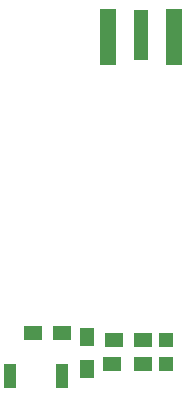
<source format=gbr>
G04 #@! TF.FileFunction,Paste,Top*
%FSLAX46Y46*%
G04 Gerber Fmt 4.6, Leading zero omitted, Abs format (unit mm)*
G04 Created by KiCad (PCBNEW 4.0.4-stable) date 01/28/17 15:21:22*
%MOMM*%
%LPD*%
G01*
G04 APERTURE LIST*
%ADD10C,0.100000*%
%ADD11R,1.500000X1.250000*%
%ADD12R,1.300000X1.500000*%
%ADD13R,1.198880X1.198880*%
%ADD14R,1.500000X1.300000*%
%ADD15R,1.350000X4.700000*%
%ADD16R,1.270000X4.200000*%
%ADD17R,1.000000X2.000000*%
G04 APERTURE END LIST*
D10*
D11*
X183470000Y-125930000D03*
X180970000Y-125930000D03*
D12*
X178730000Y-125690000D03*
X178730000Y-128390000D03*
D13*
X185390000Y-125930980D03*
X185390000Y-128029020D03*
D11*
X176630000Y-125390000D03*
X174130000Y-125390000D03*
D14*
X183500000Y-128000000D03*
X180800000Y-128000000D03*
D15*
X180480000Y-100350000D03*
X186050000Y-100350000D03*
X186050000Y-100350000D03*
D16*
X183265000Y-100100000D03*
D15*
X180480000Y-100350000D03*
D17*
X172230000Y-128990000D03*
X176630000Y-128990000D03*
M02*

</source>
